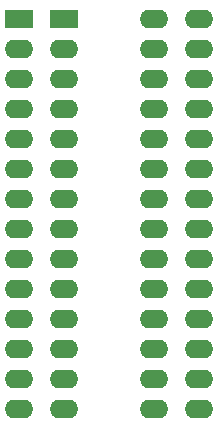
<source format=gbr>
%TF.GenerationSoftware,KiCad,Pcbnew,(5.1.9)-1*%
%TF.CreationDate,2021-11-22T21:10:40-05:00*%
%TF.ProjectId,main,6d61696e-2e6b-4696-9361-645f70636258,rev?*%
%TF.SameCoordinates,Original*%
%TF.FileFunction,Copper,L2,Bot*%
%TF.FilePolarity,Positive*%
%FSLAX46Y46*%
G04 Gerber Fmt 4.6, Leading zero omitted, Abs format (unit mm)*
G04 Created by KiCad (PCBNEW (5.1.9)-1) date 2021-11-22 21:10:40*
%MOMM*%
%LPD*%
G01*
G04 APERTURE LIST*
%TA.AperFunction,ComponentPad*%
%ADD10O,2.400000X1.600000*%
%TD*%
%TA.AperFunction,ComponentPad*%
%ADD11R,2.400000X1.600000*%
%TD*%
G04 APERTURE END LIST*
D10*
%TO.P,REF\u002A\u002A,28*%
%TO.N,N/C*%
X11430000Y0D03*
%TO.P,REF\u002A\u002A,14*%
X3810000Y-33020000D03*
%TO.P,REF\u002A\u002A,27*%
X11430000Y-2540000D03*
%TO.P,REF\u002A\u002A,13*%
X3810000Y-30480000D03*
%TO.P,REF\u002A\u002A,26*%
X11430000Y-5080000D03*
%TO.P,REF\u002A\u002A,12*%
X3810000Y-27940000D03*
%TO.P,REF\u002A\u002A,25*%
X11430000Y-7620000D03*
%TO.P,REF\u002A\u002A,11*%
X3810000Y-25400000D03*
%TO.P,REF\u002A\u002A,24*%
X11430000Y-10160000D03*
%TO.P,REF\u002A\u002A,10*%
X3810000Y-22860000D03*
%TO.P,REF\u002A\u002A,23*%
X11430000Y-12700000D03*
%TO.P,REF\u002A\u002A,9*%
X3810000Y-20320000D03*
%TO.P,REF\u002A\u002A,22*%
X11430000Y-15240000D03*
%TO.P,REF\u002A\u002A,8*%
X3810000Y-17780000D03*
%TO.P,REF\u002A\u002A,21*%
X11430000Y-17780000D03*
%TO.P,REF\u002A\u002A,7*%
X3810000Y-15240000D03*
%TO.P,REF\u002A\u002A,20*%
X11430000Y-20320000D03*
%TO.P,REF\u002A\u002A,6*%
X3810000Y-12700000D03*
%TO.P,REF\u002A\u002A,19*%
X11430000Y-22860000D03*
%TO.P,REF\u002A\u002A,5*%
X3810000Y-10160000D03*
%TO.P,REF\u002A\u002A,18*%
X11430000Y-25400000D03*
%TO.P,REF\u002A\u002A,4*%
X3810000Y-7620000D03*
%TO.P,REF\u002A\u002A,17*%
X11430000Y-27940000D03*
%TO.P,REF\u002A\u002A,3*%
X3810000Y-5080000D03*
%TO.P,REF\u002A\u002A,16*%
X11430000Y-30480000D03*
%TO.P,REF\u002A\u002A,2*%
X3810000Y-2540000D03*
%TO.P,REF\u002A\u002A,15*%
X11430000Y-33020000D03*
D11*
%TO.P,REF\u002A\u002A,1*%
X3810000Y0D03*
%TD*%
D10*
%TO.P,REF\u002A\u002A,28*%
%TO.N,N/C*%
X15240000Y0D03*
%TO.P,REF\u002A\u002A,14*%
X0Y-33020000D03*
%TO.P,REF\u002A\u002A,27*%
X15240000Y-2540000D03*
%TO.P,REF\u002A\u002A,13*%
X0Y-30480000D03*
%TO.P,REF\u002A\u002A,26*%
X15240000Y-5080000D03*
%TO.P,REF\u002A\u002A,12*%
X0Y-27940000D03*
%TO.P,REF\u002A\u002A,25*%
X15240000Y-7620000D03*
%TO.P,REF\u002A\u002A,11*%
X0Y-25400000D03*
%TO.P,REF\u002A\u002A,24*%
X15240000Y-10160000D03*
%TO.P,REF\u002A\u002A,10*%
X0Y-22860000D03*
%TO.P,REF\u002A\u002A,23*%
X15240000Y-12700000D03*
%TO.P,REF\u002A\u002A,9*%
X0Y-20320000D03*
%TO.P,REF\u002A\u002A,22*%
X15240000Y-15240000D03*
%TO.P,REF\u002A\u002A,8*%
X0Y-17780000D03*
%TO.P,REF\u002A\u002A,21*%
X15240000Y-17780000D03*
%TO.P,REF\u002A\u002A,7*%
X0Y-15240000D03*
%TO.P,REF\u002A\u002A,20*%
X15240000Y-20320000D03*
%TO.P,REF\u002A\u002A,6*%
X0Y-12700000D03*
%TO.P,REF\u002A\u002A,19*%
X15240000Y-22860000D03*
%TO.P,REF\u002A\u002A,5*%
X0Y-10160000D03*
%TO.P,REF\u002A\u002A,18*%
X15240000Y-25400000D03*
%TO.P,REF\u002A\u002A,4*%
X0Y-7620000D03*
%TO.P,REF\u002A\u002A,17*%
X15240000Y-27940000D03*
%TO.P,REF\u002A\u002A,3*%
X0Y-5080000D03*
%TO.P,REF\u002A\u002A,16*%
X15240000Y-30480000D03*
%TO.P,REF\u002A\u002A,2*%
X0Y-2540000D03*
%TO.P,REF\u002A\u002A,15*%
X15240000Y-33020000D03*
D11*
%TO.P,REF\u002A\u002A,1*%
X0Y0D03*
%TD*%
M02*

</source>
